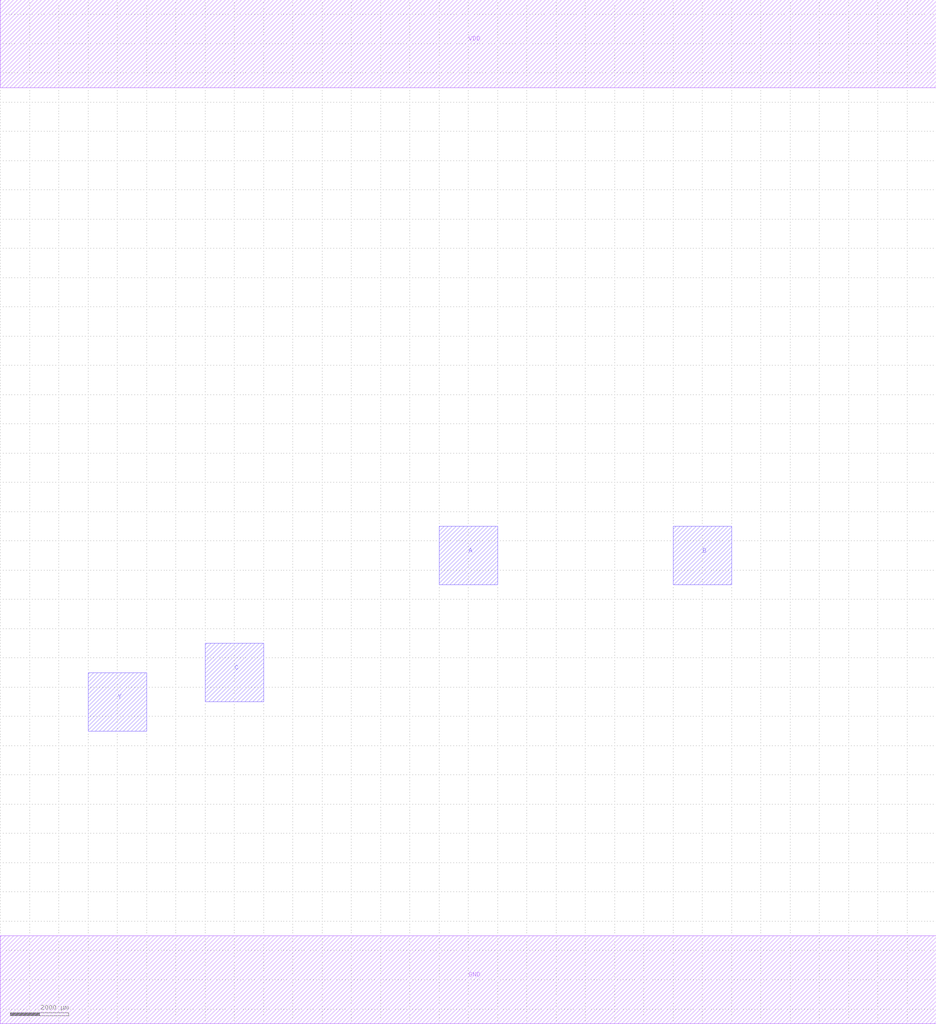
<source format=lef>
MACRO OAI21X1
 CLASS CORE ;
 ORIGIN 0 0 ;
 FOREIGN OAI21X1 0 0 ;
 SITE CORE ;
 SYMMETRY X Y R90 ;
  PIN VDD
   DIRECTION INOUT ;
   USE SIGNAL ;
   SHAPE ABUTMENT ;
    PORT
     CLASS CORE ;
       LAYER metal1 ;
        RECT 0.00000000 30500.00000000 32000.00000000 33500.00000000 ;
    END
  END VDD

  PIN GND
   DIRECTION INOUT ;
   USE SIGNAL ;
   SHAPE ABUTMENT ;
    PORT
     CLASS CORE ;
       LAYER metal1 ;
        RECT 0.00000000 -1500.00000000 32000.00000000 1500.00000000 ;
    END
  END GND

  PIN C
   DIRECTION INOUT ;
   USE SIGNAL ;
   SHAPE ABUTMENT ;
    PORT
     CLASS CORE ;
       LAYER metal2 ;
        RECT 7000.00000000 9500.00000000 9000.00000000 11500.00000000 ;
    END
  END C

  PIN A
   DIRECTION INOUT ;
   USE SIGNAL ;
   SHAPE ABUTMENT ;
    PORT
     CLASS CORE ;
       LAYER metal2 ;
        RECT 15000.00000000 13500.00000000 17000.00000000 15500.00000000 ;
    END
  END A

  PIN B
   DIRECTION INOUT ;
   USE SIGNAL ;
   SHAPE ABUTMENT ;
    PORT
     CLASS CORE ;
       LAYER metal2 ;
        RECT 23000.00000000 13500.00000000 25000.00000000 15500.00000000 ;
    END
  END B

  PIN Y
   DIRECTION INOUT ;
   USE SIGNAL ;
   SHAPE ABUTMENT ;
    PORT
     CLASS CORE ;
       LAYER metal2 ;
        RECT 3000.00000000 8500.00000000 5000.00000000 10500.00000000 ;
    END
  END Y


END OAI21X1

</source>
